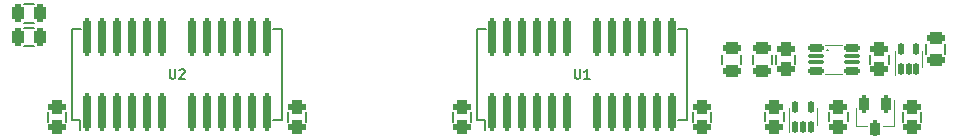
<source format=gto>
G04 #@! TF.GenerationSoftware,KiCad,Pcbnew,7.0.1-0*
G04 #@! TF.CreationDate,2023-11-01T19:37:53-04:00*
G04 #@! TF.ProjectId,GW4194,47573431-3934-42e6-9b69-6361645f7063,1.1-SOJ-DC*
G04 #@! TF.SameCoordinates,Original*
G04 #@! TF.FileFunction,Legend,Top*
G04 #@! TF.FilePolarity,Positive*
%FSLAX46Y46*%
G04 Gerber Fmt 4.6, Leading zero omitted, Abs format (unit mm)*
G04 Created by KiCad (PCBNEW 7.0.1-0) date 2023-11-01 19:37:53*
%MOMM*%
%LPD*%
G01*
G04 APERTURE LIST*
G04 Aperture macros list*
%AMRoundRect*
0 Rectangle with rounded corners*
0 $1 Rounding radius*
0 $2 $3 $4 $5 $6 $7 $8 $9 X,Y pos of 4 corners*
0 Add a 4 corners polygon primitive as box body*
4,1,4,$2,$3,$4,$5,$6,$7,$8,$9,$2,$3,0*
0 Add four circle primitives for the rounded corners*
1,1,$1+$1,$2,$3*
1,1,$1+$1,$4,$5*
1,1,$1+$1,$6,$7*
1,1,$1+$1,$8,$9*
0 Add four rect primitives between the rounded corners*
20,1,$1+$1,$2,$3,$4,$5,0*
20,1,$1+$1,$4,$5,$6,$7,0*
20,1,$1+$1,$6,$7,$8,$9,0*
20,1,$1+$1,$8,$9,$2,$3,0*%
G04 Aperture macros list end*
%ADD10C,0.203200*%
%ADD11C,0.152400*%
%ADD12C,0.120000*%
%ADD13C,0.200000*%
%ADD14RoundRect,0.312500X-0.437500X0.262500X-0.437500X-0.262500X0.437500X-0.262500X0.437500X0.262500X0*%
%ADD15RoundRect,0.312500X0.437500X-0.262500X0.437500X0.262500X-0.437500X0.262500X-0.437500X-0.262500X0*%
%ADD16C,0.952400*%
%ADD17RoundRect,0.520700X-0.444500X-0.825500X0.444500X-0.825500X0.444500X0.825500X-0.444500X0.825500X0*%
%ADD18RoundRect,0.262500X0.212500X0.487500X-0.212500X0.487500X-0.212500X-0.487500X0.212500X-0.487500X0*%
%ADD19RoundRect,0.262500X-0.212500X-0.487500X0.212500X-0.487500X0.212500X0.487500X-0.212500X0.487500X0*%
%ADD20RoundRect,0.262500X-0.487500X0.212500X-0.487500X-0.212500X0.487500X-0.212500X0.487500X0.212500X0*%
%ADD21RoundRect,0.140000X0.100000X-0.400000X0.100000X0.400000X-0.100000X0.400000X-0.100000X-0.400000X0*%
%ADD22RoundRect,0.250000X-0.200000X0.475000X-0.200000X-0.475000X0.200000X-0.475000X0.200000X0.475000X0*%
%ADD23RoundRect,0.262500X0.487500X-0.212500X0.487500X0.212500X-0.487500X0.212500X-0.487500X-0.212500X0*%
%ADD24RoundRect,0.200000X0.150000X-1.374000X0.150000X1.374000X-0.150000X1.374000X-0.150000X-1.374000X0*%
%ADD25RoundRect,0.200000X-0.475000X-0.175000X0.475000X-0.175000X0.475000X0.175000X-0.475000X0.175000X0*%
%ADD26RoundRect,0.100000X-0.600000X-0.075000X0.600000X-0.075000X0.600000X0.075000X-0.600000X0.075000X0*%
%ADD27RoundRect,0.200000X-0.500000X0.175000X-0.500000X-0.175000X0.500000X-0.175000X0.500000X0.175000X0*%
%ADD28RoundRect,0.200000X-0.500000X-0.175000X0.500000X-0.175000X0.500000X0.175000X-0.500000X0.175000X0*%
G04 APERTURE END LIST*
D10*
X128920723Y-89225216D02*
X128920723Y-89883197D01*
X128920723Y-89883197D02*
X128959428Y-89960607D01*
X128959428Y-89960607D02*
X128998133Y-89999312D01*
X128998133Y-89999312D02*
X129075542Y-90038016D01*
X129075542Y-90038016D02*
X129230361Y-90038016D01*
X129230361Y-90038016D02*
X129307771Y-89999312D01*
X129307771Y-89999312D02*
X129346476Y-89960607D01*
X129346476Y-89960607D02*
X129385180Y-89883197D01*
X129385180Y-89883197D02*
X129385180Y-89225216D01*
X130197981Y-90038016D02*
X129733524Y-90038016D01*
X129965752Y-90038016D02*
X129965752Y-89225216D01*
X129965752Y-89225216D02*
X129888343Y-89341331D01*
X129888343Y-89341331D02*
X129810933Y-89418740D01*
X129810933Y-89418740D02*
X129733524Y-89457445D01*
X94630723Y-89225216D02*
X94630723Y-89883197D01*
X94630723Y-89883197D02*
X94669428Y-89960607D01*
X94669428Y-89960607D02*
X94708133Y-89999312D01*
X94708133Y-89999312D02*
X94785542Y-90038016D01*
X94785542Y-90038016D02*
X94940361Y-90038016D01*
X94940361Y-90038016D02*
X95017771Y-89999312D01*
X95017771Y-89999312D02*
X95056476Y-89960607D01*
X95056476Y-89960607D02*
X95095180Y-89883197D01*
X95095180Y-89883197D02*
X95095180Y-89225216D01*
X95443524Y-89302626D02*
X95482228Y-89263921D01*
X95482228Y-89263921D02*
X95559638Y-89225216D01*
X95559638Y-89225216D02*
X95753162Y-89225216D01*
X95753162Y-89225216D02*
X95830571Y-89263921D01*
X95830571Y-89263921D02*
X95869276Y-89302626D01*
X95869276Y-89302626D02*
X95907981Y-89380035D01*
X95907981Y-89380035D02*
X95907981Y-89457445D01*
X95907981Y-89457445D02*
X95869276Y-89573559D01*
X95869276Y-89573559D02*
X95404819Y-90038016D01*
X95404819Y-90038016D02*
X95907981Y-90038016D01*
D11*
X85890000Y-92850600D02*
X85890000Y-93663400D01*
X84290000Y-92850600D02*
X84290000Y-93663400D01*
X106210000Y-92850600D02*
X106210000Y-93663400D01*
X104610000Y-92850600D02*
X104610000Y-93663400D01*
X120180000Y-92850600D02*
X120180000Y-93663400D01*
X118580000Y-92850600D02*
X118580000Y-93663400D01*
X156680000Y-93663400D02*
X156680000Y-92850600D01*
X158280000Y-93663400D02*
X158280000Y-92850600D01*
X83106400Y-87300000D02*
X82293600Y-87300000D01*
X83106400Y-85700000D02*
X82293600Y-85700000D01*
X82293600Y-83700000D02*
X83106400Y-83700000D01*
X82293600Y-85300000D02*
X83106400Y-85300000D01*
X147600000Y-87993600D02*
X147600000Y-88806400D01*
X146000000Y-87993600D02*
X146000000Y-88806400D01*
X145600000Y-87993600D02*
X145600000Y-88806400D01*
X144000000Y-87993600D02*
X144000000Y-88806400D01*
D12*
X147090000Y-92520000D02*
X147090000Y-94550000D01*
X149410000Y-93930000D02*
X149410000Y-92520000D01*
X156040000Y-87670000D02*
X156040000Y-89700000D01*
X158360000Y-89080000D02*
X158360000Y-87670000D01*
D11*
X155500000Y-87993600D02*
X155500000Y-88806400D01*
X153900000Y-87993600D02*
X153900000Y-88806400D01*
D12*
X152770000Y-94010000D02*
X153700000Y-94010000D01*
X152770000Y-94010000D02*
X152770000Y-92550000D01*
X155930000Y-94010000D02*
X155000000Y-94010000D01*
X155930000Y-94010000D02*
X155930000Y-91850000D01*
D11*
X152050000Y-92843600D02*
X152050000Y-93656400D01*
X150450000Y-92843600D02*
X150450000Y-93656400D01*
X141400000Y-88806400D02*
X141400000Y-87993600D01*
X143000000Y-88806400D02*
X143000000Y-87993600D01*
X146600000Y-92843600D02*
X146600000Y-93656400D01*
X145000000Y-92843600D02*
X145000000Y-93656400D01*
D13*
X120650000Y-93537000D02*
X121300000Y-93537000D01*
X120650000Y-93537000D02*
X120650000Y-85787000D01*
X121300000Y-93537000D02*
X121300000Y-94362000D01*
X138430000Y-93537000D02*
X137685000Y-93537000D01*
X138430000Y-93537000D02*
X138430000Y-85787000D01*
X120650000Y-85787000D02*
X121395000Y-85787000D01*
X138430000Y-85787000D02*
X137685000Y-85787000D01*
X86360000Y-93537000D02*
X87010000Y-93537000D01*
X86360000Y-93537000D02*
X86360000Y-85787000D01*
X87010000Y-93537000D02*
X87010000Y-94362000D01*
X104140000Y-93537000D02*
X103395000Y-93537000D01*
X104140000Y-93537000D02*
X104140000Y-85787000D01*
X86360000Y-85787000D02*
X87105000Y-85787000D01*
X104140000Y-85787000D02*
X103395000Y-85787000D01*
D11*
X140500000Y-92850600D02*
X140500000Y-93663400D01*
X138900000Y-92850600D02*
X138900000Y-93663400D01*
D13*
X150350000Y-87600000D02*
X150300000Y-87600000D01*
D12*
X151550000Y-87200000D02*
X150150000Y-87200000D01*
X151550000Y-89600000D02*
X150150000Y-89600000D01*
D11*
X160300000Y-87093600D02*
X160300000Y-87906400D01*
X158700000Y-87093600D02*
X158700000Y-87906400D01*
%LPC*%
D14*
X85090000Y-92407000D03*
X85090000Y-94107000D03*
X105410000Y-92407000D03*
X105410000Y-94107000D03*
X119380000Y-92407000D03*
X119380000Y-94107000D03*
D15*
X157480000Y-94107000D03*
X157480000Y-92407000D03*
D16*
X83820000Y-98806000D03*
D17*
X83820000Y-100076000D03*
D16*
X86360000Y-98806000D03*
D17*
X86360000Y-100076000D03*
D16*
X88900000Y-98806000D03*
D17*
X88900000Y-100076000D03*
D16*
X91440000Y-98806000D03*
D17*
X91440000Y-100076000D03*
D16*
X93980000Y-98806000D03*
D17*
X93980000Y-100076000D03*
D16*
X96520000Y-98806000D03*
D17*
X96520000Y-100076000D03*
D16*
X99060000Y-98806000D03*
D17*
X99060000Y-100076000D03*
D16*
X101600000Y-98806000D03*
D17*
X101600000Y-100076000D03*
D16*
X104140000Y-98806000D03*
D17*
X104140000Y-100076000D03*
D16*
X106680000Y-98806000D03*
D17*
X106680000Y-100076000D03*
D16*
X109220000Y-98806000D03*
D17*
X109220000Y-100076000D03*
D16*
X111760000Y-98806000D03*
D17*
X111760000Y-100076000D03*
D16*
X114300000Y-98806000D03*
D17*
X114300000Y-100076000D03*
D16*
X116840000Y-98806000D03*
D17*
X116840000Y-100076000D03*
D16*
X119380000Y-98806000D03*
D17*
X119380000Y-100076000D03*
D16*
X121920000Y-98806000D03*
D17*
X121920000Y-100076000D03*
D16*
X124460000Y-98806000D03*
D17*
X124460000Y-100076000D03*
D16*
X127000000Y-98806000D03*
D17*
X127000000Y-100076000D03*
D16*
X129540000Y-98806000D03*
D17*
X129540000Y-100076000D03*
D16*
X132080000Y-98806000D03*
D17*
X132080000Y-100076000D03*
D16*
X134620000Y-98806000D03*
D17*
X134620000Y-100076000D03*
D16*
X137160000Y-98806000D03*
D17*
X137160000Y-100076000D03*
D16*
X139700000Y-98806000D03*
D17*
X139700000Y-100076000D03*
D16*
X142240000Y-98806000D03*
D17*
X142240000Y-100076000D03*
D16*
X144780000Y-98806000D03*
D17*
X144780000Y-100076000D03*
D16*
X147320000Y-98806000D03*
D17*
X147320000Y-100076000D03*
D16*
X149860000Y-98806000D03*
D17*
X149860000Y-100076000D03*
D16*
X152400000Y-98806000D03*
D17*
X152400000Y-100076000D03*
D16*
X154940000Y-98806000D03*
D17*
X154940000Y-100076000D03*
D16*
X157480000Y-98806000D03*
D17*
X157480000Y-100076000D03*
D18*
X83650000Y-86500000D03*
X81750000Y-86500000D03*
D19*
X81750000Y-84500000D03*
X83650000Y-84500000D03*
D14*
X146800000Y-87550000D03*
X146800000Y-89250000D03*
D20*
X144800000Y-87450000D03*
X144800000Y-89350000D03*
D21*
X147600000Y-94100000D03*
X148250000Y-94100000D03*
X148900000Y-94100000D03*
X148900000Y-92400000D03*
X147600000Y-92400000D03*
X156550000Y-89250000D03*
X157200000Y-89250000D03*
X157850000Y-89250000D03*
X157850000Y-87550000D03*
X156550000Y-87550000D03*
D14*
X154700000Y-87550000D03*
X154700000Y-89250000D03*
D22*
X155300000Y-92200000D03*
X153400000Y-92200000D03*
X154350000Y-94300000D03*
D14*
X151250000Y-92400000D03*
X151250000Y-94100000D03*
D23*
X142200000Y-89350000D03*
X142200000Y-87450000D03*
D14*
X145800000Y-92400000D03*
X145800000Y-94100000D03*
D24*
X121920000Y-92837000D03*
X123190000Y-92837000D03*
X124460000Y-92837000D03*
X125730000Y-92837000D03*
X127000000Y-92837000D03*
X128270000Y-92837000D03*
X130810000Y-92837000D03*
X132080000Y-92837000D03*
X133350000Y-92837000D03*
X134620000Y-92837000D03*
X135890000Y-92837000D03*
X137160000Y-92837000D03*
X137160000Y-86487000D03*
X135890000Y-86487000D03*
X134620000Y-86487000D03*
X133350000Y-86487000D03*
X132080000Y-86487000D03*
X130810000Y-86487000D03*
X128270000Y-86487000D03*
X127000000Y-86487000D03*
X125730000Y-86487000D03*
X124460000Y-86487000D03*
X123190000Y-86487000D03*
X121920000Y-86487000D03*
X87630000Y-92837000D03*
X88900000Y-92837000D03*
X90170000Y-92837000D03*
X91440000Y-92837000D03*
X92710000Y-92837000D03*
X93980000Y-92837000D03*
X96520000Y-92837000D03*
X97790000Y-92837000D03*
X99060000Y-92837000D03*
X100330000Y-92837000D03*
X101600000Y-92837000D03*
X102870000Y-92837000D03*
X102870000Y-86487000D03*
X101600000Y-86487000D03*
X100330000Y-86487000D03*
X99060000Y-86487000D03*
X97790000Y-86487000D03*
X96520000Y-86487000D03*
X93980000Y-86487000D03*
X92710000Y-86487000D03*
X91440000Y-86487000D03*
X90170000Y-86487000D03*
X88900000Y-86487000D03*
X87630000Y-86487000D03*
D14*
X139700000Y-92407000D03*
X139700000Y-94107000D03*
D25*
X149350000Y-87450000D03*
D26*
X149325000Y-88150000D03*
X149325000Y-88650000D03*
D25*
X149350000Y-89350000D03*
D27*
X152375000Y-89350000D03*
D26*
X152375000Y-88650000D03*
X152375000Y-88150000D03*
D28*
X152375000Y-87450000D03*
D20*
X159500000Y-86550000D03*
X159500000Y-88450000D03*
M02*

</source>
